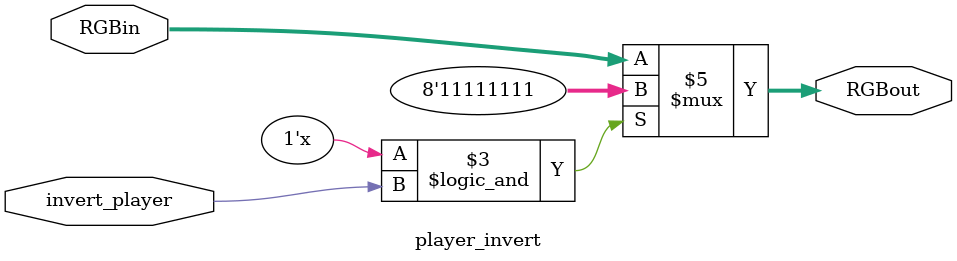
<source format=sv>
module	player_invert	(		
					input logic	[7:0] RGBin,// offset from top left  position
					input logic invert_player,
					
					output logic	[7:0] RGBout  //rgb value from the bitmap 
 ) ;



parameter logic [7:0] TRANSPARENT_ENCODING = 8'h00;// RGB value in the bitmap representing a transparent pixel should be the same as in the Bitmap


always_comb 
begin
	//make the plyer white when the module says so
	if (RGBout != TRANSPARENT_ENCODING && invert_player)
		RGBout = 8'hff;
	else
		RGBout = RGBin;
	
end   

endmodule
</source>
